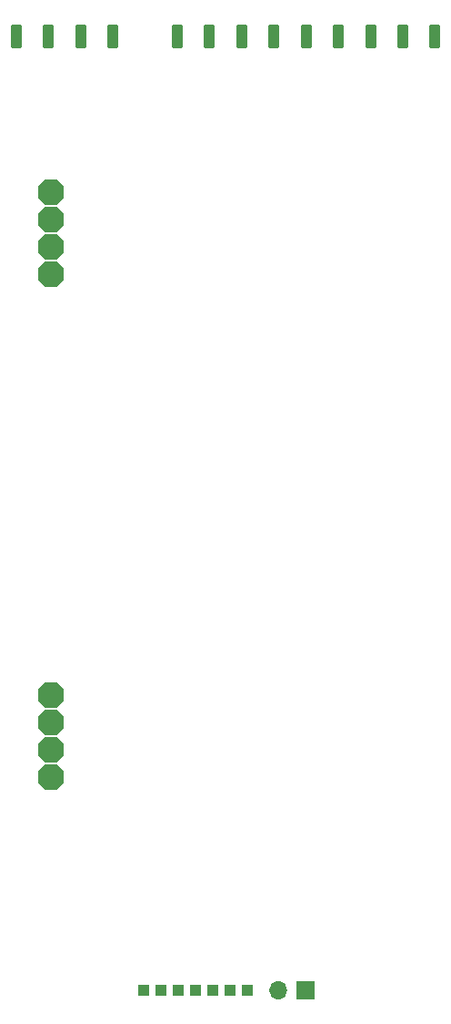
<source format=gbr>
%TF.GenerationSoftware,KiCad,Pcbnew,(6.0.1)*%
%TF.CreationDate,2022-01-31T09:22:11+01:00*%
%TF.ProjectId,GRIPPER_TWO_ADVANCED_CONECTION_BOARD,47524950-5045-4525-9f54-574f5f414456,rev?*%
%TF.SameCoordinates,Original*%
%TF.FileFunction,Soldermask,Top*%
%TF.FilePolarity,Negative*%
%FSLAX46Y46*%
G04 Gerber Fmt 4.6, Leading zero omitted, Abs format (unit mm)*
G04 Created by KiCad (PCBNEW (6.0.1)) date 2022-01-31 09:22:11*
%MOMM*%
%LPD*%
G01*
G04 APERTURE LIST*
G04 Aperture macros list*
%AMRoundRect*
0 Rectangle with rounded corners*
0 $1 Rounding radius*
0 $2 $3 $4 $5 $6 $7 $8 $9 X,Y pos of 4 corners*
0 Add a 4 corners polygon primitive as box body*
4,1,4,$2,$3,$4,$5,$6,$7,$8,$9,$2,$3,0*
0 Add four circle primitives for the rounded corners*
1,1,$1+$1,$2,$3*
1,1,$1+$1,$4,$5*
1,1,$1+$1,$6,$7*
1,1,$1+$1,$8,$9*
0 Add four rect primitives between the rounded corners*
20,1,$1+$1,$2,$3,$4,$5,0*
20,1,$1+$1,$4,$5,$6,$7,0*
20,1,$1+$1,$6,$7,$8,$9,0*
20,1,$1+$1,$8,$9,$2,$3,0*%
%AMFreePoly0*
4,1,25,0.599469,1.161696,0.611592,1.151342,1.151342,0.611592,1.179849,0.555644,1.181100,0.539750,1.181100,-0.539750,1.161696,-0.599469,1.151342,-0.611592,0.611592,-1.151342,0.555644,-1.179849,0.539750,-1.181100,-0.539750,-1.181100,-0.599469,-1.161696,-0.611592,-1.151342,-1.151342,-0.611592,-1.179849,-0.555644,-1.181100,-0.539750,-1.181100,0.539750,-1.161696,0.599469,-1.151342,0.611592,
-0.611592,1.151342,-0.555644,1.179849,-0.539750,1.181100,0.539750,1.181100,0.599469,1.161696,0.599469,1.161696,$1*%
G04 Aperture macros list end*
%ADD10RoundRect,0.101600X-0.400000X-1.000000X0.400000X-1.000000X0.400000X1.000000X-0.400000X1.000000X0*%
%ADD11R,1.700000X1.700000*%
%ADD12O,1.700000X1.700000*%
%ADD13FreePoly0,0.000000*%
%ADD14R,1.000000X1.000000*%
G04 APERTURE END LIST*
D10*
%TO.C,MOTOR_2*%
X151300000Y-60300000D03*
%TD*%
D11*
%TO.C,J1*%
X169275000Y-149000000D03*
D12*
X166735000Y-149000000D03*
%TD*%
D13*
%TO.C,LSP16*%
X145502000Y-126659900D03*
%TD*%
D10*
%TO.C,12V1*%
X172300000Y-60300000D03*
%TD*%
D14*
%TO.C,TP7*%
X155800000Y-149000000D03*
%TD*%
%TO.C,TP4*%
X160600000Y-149000000D03*
%TD*%
%TO.C,TP2*%
X163800000Y-149000000D03*
%TD*%
D10*
%TO.C,RS485+1*%
X157300000Y-60300000D03*
%TD*%
D14*
%TO.C,TP5*%
X159000000Y-149000000D03*
%TD*%
D10*
%TO.C,MOTOR_1*%
X148300000Y-60300000D03*
%TD*%
%TO.C,RS485-1*%
X160300000Y-60300000D03*
%TD*%
D13*
%TO.C,LSP15*%
X145502000Y-82463900D03*
%TD*%
%TO.C,LSP10*%
X145502000Y-77383900D03*
%TD*%
D10*
%TO.C,RX1*%
X181300000Y-60300000D03*
%TD*%
D13*
%TO.C,LSP14*%
X145502000Y-124119900D03*
%TD*%
%TO.C,LSP13*%
X145502000Y-121579900D03*
%TD*%
%TO.C,LSP11*%
X145502000Y-129199900D03*
%TD*%
D10*
%TO.C,CAN_L1*%
X163300000Y-60300000D03*
%TD*%
%TO.C,PGND1*%
X145300000Y-60300000D03*
%TD*%
%TO.C,CAN_H1*%
X166300000Y-60300000D03*
%TD*%
D14*
%TO.C,TP1*%
X154200000Y-149000000D03*
%TD*%
%TO.C,TP6*%
X157400000Y-149000000D03*
%TD*%
D13*
%TO.C,LSP12*%
X145502000Y-79923900D03*
%TD*%
D10*
%TO.C,12V_GND1*%
X169300000Y-60300000D03*
%TD*%
D14*
%TO.C,TP3*%
X162200000Y-149000000D03*
%TD*%
D10*
%TO.C,TX1*%
X178300000Y-60300000D03*
%TD*%
%TO.C,24V1*%
X142300000Y-60300000D03*
%TD*%
D13*
%TO.C,LSP9*%
X145502000Y-74843900D03*
%TD*%
D10*
%TO.C,SAFETY1*%
X175300000Y-60300000D03*
%TD*%
M02*

</source>
